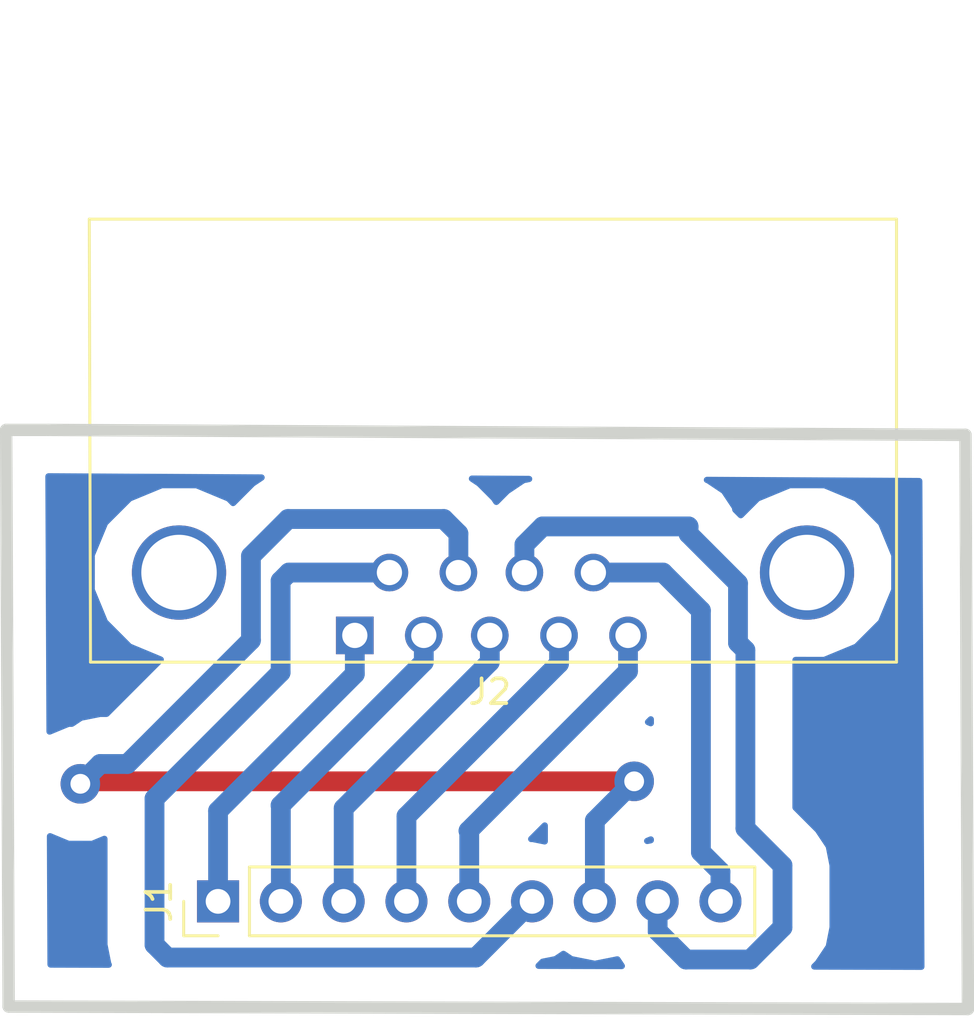
<source format=kicad_pcb>
(kicad_pcb (version 4) (host pcbnew 4.0.6)

  (general
    (links 9)
    (no_connects 9)
    (area 134.149999 79.128599 173.550001 120.783333)
    (thickness 1.6)
    (drawings 5)
    (tracks 58)
    (zones 0)
    (modules 2)
    (nets 10)
  )

  (page A4)
  (layers
    (0 F.Cu signal)
    (31 B.Cu signal)
    (32 B.Adhes user)
    (33 F.Adhes user)
    (34 B.Paste user)
    (35 F.Paste user)
    (36 B.SilkS user)
    (37 F.SilkS user)
    (38 B.Mask user)
    (39 F.Mask user)
    (40 Dwgs.User user)
    (41 Cmts.User user)
    (42 Eco1.User user)
    (43 Eco2.User user)
    (44 Edge.Cuts user)
    (45 Margin user)
    (46 B.CrtYd user)
    (47 F.CrtYd user)
    (48 B.Fab user)
    (49 F.Fab user)
  )

  (setup
    (last_trace_width 0.8)
    (user_trace_width 0.4)
    (user_trace_width 0.8)
    (user_trace_width 1.2)
    (user_trace_width 1.6)
    (trace_clearance 0.2)
    (zone_clearance 0.508)
    (zone_45_only no)
    (trace_min 0.2)
    (segment_width 0.2)
    (edge_width 0.15)
    (via_size 0.6)
    (via_drill 0.4)
    (via_min_size 0.4)
    (via_min_drill 0.3)
    (user_via 1.6 0.8)
    (uvia_size 0.3)
    (uvia_drill 0.1)
    (uvias_allowed no)
    (uvia_min_size 0.2)
    (uvia_min_drill 0.1)
    (pcb_text_width 0.3)
    (pcb_text_size 1.5 1.5)
    (mod_edge_width 0.15)
    (mod_text_size 1 1)
    (mod_text_width 0.15)
    (pad_size 1.524 1.524)
    (pad_drill 0.762)
    (pad_to_mask_clearance 0.2)
    (aux_axis_origin 0 0)
    (visible_elements FFFFFF7F)
    (pcbplotparams
      (layerselection 0x00000_80000000)
      (usegerberextensions false)
      (excludeedgelayer false)
      (linewidth 0.100000)
      (plotframeref false)
      (viasonmask true)
      (mode 1)
      (useauxorigin false)
      (hpglpennumber 1)
      (hpglpenspeed 20)
      (hpglpendiameter 15)
      (hpglpenoverlay 2)
      (psnegative false)
      (psa4output false)
      (plotreference true)
      (plotvalue true)
      (plotinvisibletext false)
      (padsonsilk false)
      (subtractmaskfromsilk false)
      (outputformat 4)
      (mirror false)
      (drillshape 2)
      (scaleselection 1)
      (outputdirectory ""))
  )

  (net 0 "")
  (net 1 /p1)
  (net 2 /p2)
  (net 3 /p3)
  (net 4 /p4)
  (net 5 /p5)
  (net 6 /p6)
  (net 7 /p7)
  (net 8 /p8)
  (net 9 /p9)

  (net_class Default "This is the default net class."
    (clearance 0.2)
    (trace_width 0.25)
    (via_dia 0.6)
    (via_drill 0.4)
    (uvia_dia 0.3)
    (uvia_drill 0.1)
    (add_net /p1)
    (add_net /p2)
    (add_net /p3)
    (add_net /p4)
    (add_net /p5)
    (add_net /p6)
    (add_net /p7)
    (add_net /p8)
    (add_net /p9)
  )

  (module Pin_Headers:Pin_Header_Straight_1x09_Pitch2.54mm (layer F.Cu) (tedit 5862ED52) (tstamp 59F9AE3F)
    (at 142.97 115.75 90)
    (descr "Through hole straight pin header, 1x09, 2.54mm pitch, single row")
    (tags "Through hole pin header THT 1x09 2.54mm single row")
    (path /59F9AC56)
    (fp_text reference J1 (at 0 -2.39 90) (layer F.SilkS)
      (effects (font (size 1 1) (thickness 0.15)))
    )
    (fp_text value CONN_01X09 (at 0 22.71 90) (layer F.Fab)
      (effects (font (size 1 1) (thickness 0.15)))
    )
    (fp_line (start -1.27 -1.27) (end -1.27 21.59) (layer F.Fab) (width 0.1))
    (fp_line (start -1.27 21.59) (end 1.27 21.59) (layer F.Fab) (width 0.1))
    (fp_line (start 1.27 21.59) (end 1.27 -1.27) (layer F.Fab) (width 0.1))
    (fp_line (start 1.27 -1.27) (end -1.27 -1.27) (layer F.Fab) (width 0.1))
    (fp_line (start -1.39 1.27) (end -1.39 21.71) (layer F.SilkS) (width 0.12))
    (fp_line (start -1.39 21.71) (end 1.39 21.71) (layer F.SilkS) (width 0.12))
    (fp_line (start 1.39 21.71) (end 1.39 1.27) (layer F.SilkS) (width 0.12))
    (fp_line (start 1.39 1.27) (end -1.39 1.27) (layer F.SilkS) (width 0.12))
    (fp_line (start -1.39 0) (end -1.39 -1.39) (layer F.SilkS) (width 0.12))
    (fp_line (start -1.39 -1.39) (end 0 -1.39) (layer F.SilkS) (width 0.12))
    (fp_line (start -1.6 -1.6) (end -1.6 21.9) (layer F.CrtYd) (width 0.05))
    (fp_line (start -1.6 21.9) (end 1.6 21.9) (layer F.CrtYd) (width 0.05))
    (fp_line (start 1.6 21.9) (end 1.6 -1.6) (layer F.CrtYd) (width 0.05))
    (fp_line (start 1.6 -1.6) (end -1.6 -1.6) (layer F.CrtYd) (width 0.05))
    (pad 1 thru_hole rect (at 0 0 90) (size 1.7 1.7) (drill 1) (layers *.Cu *.Mask)
      (net 1 /p1))
    (pad 2 thru_hole oval (at 0 2.54 90) (size 1.7 1.7) (drill 1) (layers *.Cu *.Mask)
      (net 2 /p2))
    (pad 3 thru_hole oval (at 0 5.08 90) (size 1.7 1.7) (drill 1) (layers *.Cu *.Mask)
      (net 3 /p3))
    (pad 4 thru_hole oval (at 0 7.62 90) (size 1.7 1.7) (drill 1) (layers *.Cu *.Mask)
      (net 4 /p4))
    (pad 5 thru_hole oval (at 0 10.16 90) (size 1.7 1.7) (drill 1) (layers *.Cu *.Mask)
      (net 5 /p5))
    (pad 6 thru_hole oval (at 0 12.7 90) (size 1.7 1.7) (drill 1) (layers *.Cu *.Mask)
      (net 6 /p6))
    (pad 7 thru_hole oval (at 0 15.24 90) (size 1.7 1.7) (drill 1) (layers *.Cu *.Mask)
      (net 7 /p7))
    (pad 8 thru_hole oval (at 0 17.78 90) (size 1.7 1.7) (drill 1) (layers *.Cu *.Mask)
      (net 8 /p8))
    (pad 9 thru_hole oval (at 0 20.32 90) (size 1.7 1.7) (drill 1) (layers *.Cu *.Mask)
      (net 9 /p9))
    (model Pin_Headers.3dshapes/Pin_Header_Straight_1x09_Pitch2.54mm.wrl
      (at (xyz 0 -0.4 0))
      (scale (xyz 1 1 1))
      (rotate (xyz 0 0 90))
    )
  )

  (module Connectors:DB9FC (layer F.Cu) (tedit 587FDE78) (tstamp 59F9AE4E)
    (at 148.5011 105.0036)
    (descr "Connecteur DB9 femelle couche")
    (tags "CONN DB9")
    (path /59F9ABA4)
    (fp_text reference J2 (at 5.46 2.28) (layer F.SilkS)
      (effects (font (size 1 1) (thickness 0.15)))
    )
    (fp_text value DB9_FEMALE (at 6.73 -5.08) (layer F.Fab)
      (effects (font (size 1 1) (thickness 0.15)))
    )
    (fp_line (start -10.74 -16.82) (end -10.69 1.08) (layer F.SilkS) (width 0.12))
    (fp_line (start -10.69 1.08) (end 21.91 1.08) (layer F.SilkS) (width 0.12))
    (fp_line (start 21.91 1.08) (end 21.91 -16.82) (layer F.SilkS) (width 0.12))
    (fp_line (start 21.91 -16.82) (end -10.74 -16.82) (layer F.SilkS) (width 0.12))
    (fp_line (start -10.67 1.02) (end 21.84 1.02) (layer F.Fab) (width 0.1))
    (fp_line (start 21.84 1.02) (end 21.84 -16.76) (layer F.Fab) (width 0.1))
    (fp_line (start 21.84 -16.76) (end -10.67 -16.76) (layer F.Fab) (width 0.1))
    (fp_line (start -10.67 -16.76) (end -10.67 1.02) (layer F.Fab) (width 0.1))
    (fp_line (start -3.56 -16.76) (end -3.56 -9.14) (layer F.Fab) (width 0.1))
    (fp_line (start -3.56 -9.14) (end 14.73 -9.14) (layer F.Fab) (width 0.1))
    (fp_line (start 14.73 -9.14) (end 14.73 -16.76) (layer F.Fab) (width 0.1))
    (fp_line (start -2.03 -16.76) (end -2.03 -25.4) (layer F.Fab) (width 0.1))
    (fp_line (start -2.03 -25.4) (end 13.21 -25.4) (layer F.Fab) (width 0.1))
    (fp_line (start 13.21 -25.4) (end 13.21 -16.76) (layer F.Fab) (width 0.1))
    (fp_line (start -10.92 -25.65) (end 22.09 -25.65) (layer F.CrtYd) (width 0.05))
    (fp_line (start -10.92 -25.65) (end -10.92 1.27) (layer F.CrtYd) (width 0.05))
    (fp_line (start 22.09 1.27) (end 22.09 -25.65) (layer F.CrtYd) (width 0.05))
    (fp_line (start 22.09 1.27) (end -10.92 1.27) (layer F.CrtYd) (width 0.05))
    (pad "" thru_hole circle (at 18.29 -2.54) (size 3.81 3.81) (drill 3.05) (layers *.Cu *.Mask))
    (pad "" thru_hole circle (at -7.11 -2.54) (size 3.81 3.81) (drill 3.05) (layers *.Cu *.Mask))
    (pad 1 thru_hole rect (at 0 0) (size 1.52 1.52) (drill 1.02) (layers *.Cu *.Mask)
      (net 1 /p1))
    (pad 2 thru_hole circle (at 2.79 0) (size 1.52 1.52) (drill 1.02) (layers *.Cu *.Mask)
      (net 2 /p2))
    (pad 3 thru_hole circle (at 5.46 0) (size 1.52 1.52) (drill 1.02) (layers *.Cu *.Mask)
      (net 3 /p3))
    (pad 4 thru_hole circle (at 8.26 0) (size 1.52 1.52) (drill 1.02) (layers *.Cu *.Mask)
      (net 4 /p4))
    (pad 5 thru_hole circle (at 11.05 0) (size 1.52 1.52) (drill 1.02) (layers *.Cu *.Mask)
      (net 5 /p5))
    (pad 6 thru_hole circle (at 1.4 -2.54) (size 1.52 1.52) (drill 1.02) (layers *.Cu *.Mask)
      (net 6 /p6))
    (pad 7 thru_hole circle (at 4.19 -2.54) (size 1.52 1.52) (drill 1.02) (layers *.Cu *.Mask)
      (net 7 /p7))
    (pad 8 thru_hole circle (at 6.86 -2.54) (size 1.52 1.52) (drill 1.02) (layers *.Cu *.Mask)
      (net 8 /p8))
    (pad 9 thru_hole circle (at 9.65 -2.54) (size 1.52 1.52) (drill 1.02) (layers *.Cu *.Mask)
      (net 9 /p9))
    (model Connectors.3dshapes/DB9FC.wrl
      (at (xyz 0.2086614173228347 0.05314960629921261 0))
      (scale (xyz 1 1 1))
      (rotate (xyz 0 0 0))
    )
  )

  (gr_line (start 134.4 96.7) (end 136.1 96.7) (layer Edge.Cuts) (width 0.5))
  (gr_line (start 134.5 120) (end 134.4 96.7) (layer Edge.Cuts) (width 0.5))
  (gr_line (start 173.3 120.1) (end 134.5 120) (layer Edge.Cuts) (width 0.5))
  (gr_line (start 173.2 96.9) (end 173.3 120.1) (layer Edge.Cuts) (width 0.5))
  (gr_line (start 136.1 96.7) (end 173.2 96.9) (layer Edge.Cuts) (width 0.5))

  (segment (start 148.5011 105.0036) (end 148.5011 106.5636) (width 0.8) (layer B.Cu) (net 1))
  (segment (start 148.5011 106.5636) (end 142.97 112.0947) (width 0.8) (layer B.Cu) (net 1))
  (segment (start 142.97 112.0947) (end 142.97 115.75) (width 0.8) (layer B.Cu) (net 1))
  (segment (start 145.5 111.869502) (end 145.51 111.879502) (width 0.8) (layer B.Cu) (net 2))
  (segment (start 145.51 111.879502) (end 145.51 115.75) (width 0.8) (layer B.Cu) (net 2))
  (segment (start 151.2911 105.0036) (end 151.2911 106.078402) (width 0.8) (layer B.Cu) (net 2))
  (segment (start 151.2911 106.078402) (end 145.5 111.869502) (width 0.8) (layer B.Cu) (net 2))
  (segment (start 153.9611 105.0036) (end 153.9611 106.078402) (width 0.8) (layer B.Cu) (net 3))
  (segment (start 153.9611 106.078402) (end 148.05 111.989502) (width 0.8) (layer B.Cu) (net 3))
  (segment (start 148.05 111.989502) (end 148.05 115.75) (width 0.8) (layer B.Cu) (net 3))
  (segment (start 150.59 115.75) (end 150.59 112.31) (width 0.8) (layer B.Cu) (net 4))
  (segment (start 150.59 112.31) (end 156.7611 106.1389) (width 0.8) (layer B.Cu) (net 4))
  (segment (start 156.7611 106.1389) (end 156.7611 105.0036) (width 0.8) (layer B.Cu) (net 4))
  (segment (start 153.1 112.9) (end 153.13 112.93) (width 0.8) (layer B.Cu) (net 5))
  (segment (start 153.13 112.93) (end 153.13 115.75) (width 0.8) (layer B.Cu) (net 5))
  (segment (start 159.5511 106.4489) (end 153.1 112.9) (width 0.8) (layer B.Cu) (net 5))
  (segment (start 159.5511 105.0036) (end 159.5511 106.4489) (width 0.8) (layer B.Cu) (net 5))
  (segment (start 145.5 102.8) (end 145.8364 102.4636) (width 0.8) (layer B.Cu) (net 6))
  (segment (start 145.8364 102.4636) (end 149.9011 102.4636) (width 0.8) (layer B.Cu) (net 6))
  (segment (start 145.5 106.5) (end 145.5 102.8) (width 0.8) (layer B.Cu) (net 6))
  (segment (start 140.4 111.6) (end 145.5 106.5) (width 0.8) (layer B.Cu) (net 6))
  (segment (start 140.4 117.5) (end 140.4 111.6) (width 0.8) (layer B.Cu) (net 6))
  (segment (start 140.92 118.02) (end 140.4 117.5) (width 0.8) (layer B.Cu) (net 6))
  (segment (start 153.4 118.02) (end 140.92 118.02) (width 0.8) (layer B.Cu) (net 6))
  (segment (start 155.67 115.75) (end 153.4 118.02) (width 0.8) (layer B.Cu) (net 6))
  (segment (start 152.1 100.3) (end 152.6911 100.8911) (width 0.8) (layer B.Cu) (net 7))
  (segment (start 152.6911 100.8911) (end 152.6911 102.4636) (width 0.8) (layer B.Cu) (net 7))
  (segment (start 145.8 100.3) (end 152.1 100.3) (width 0.8) (layer B.Cu) (net 7))
  (segment (start 144.3 101.8) (end 145.8 100.3) (width 0.8) (layer B.Cu) (net 7))
  (segment (start 144.3 105.2) (end 144.3 101.8) (width 0.8) (layer B.Cu) (net 7))
  (segment (start 139.299999 110.200001) (end 144.3 105.2) (width 0.8) (layer B.Cu) (net 7))
  (segment (start 137.4 111) (end 138.199999 110.200001) (width 0.8) (layer B.Cu) (net 7))
  (segment (start 138.199999 110.200001) (end 139.299999 110.200001) (width 0.8) (layer B.Cu) (net 7))
  (segment (start 159.8 110.9) (end 137.5 110.9) (width 0.8) (layer F.Cu) (net 7))
  (via (at 137.4 111) (size 1.6) (drill 0.8) (layers F.Cu B.Cu) (net 7))
  (segment (start 137.5 110.9) (end 137.4 111) (width 0.8) (layer F.Cu) (net 7))
  (segment (start 158.21 115.75) (end 158.21 112.49) (width 0.8) (layer B.Cu) (net 7))
  (segment (start 158.21 112.49) (end 159.8 110.9) (width 0.8) (layer B.Cu) (net 7))
  (via (at 159.8 110.9) (size 1.6) (drill 0.8) (layers F.Cu B.Cu) (net 7))
  (segment (start 164 102.9) (end 162 100.9) (width 0.8) (layer B.Cu) (net 8))
  (segment (start 162 100.9) (end 162 100.6) (width 0.8) (layer B.Cu) (net 8))
  (segment (start 164 105.3) (end 164 102.9) (width 0.8) (layer B.Cu) (net 8))
  (segment (start 164.3 112.8) (end 164.3 105.6) (width 0.8) (layer B.Cu) (net 8))
  (segment (start 164.3 105.6) (end 164 105.3) (width 0.8) (layer B.Cu) (net 8))
  (segment (start 160.75 115.75) (end 160.75 116.952081) (width 0.8) (layer B.Cu) (net 8))
  (segment (start 165.8 116.8) (end 165.8 114.3) (width 0.8) (layer B.Cu) (net 8))
  (segment (start 160.75 116.952081) (end 161.897919 118.1) (width 0.8) (layer B.Cu) (net 8))
  (segment (start 161.897919 118.1) (end 164.5 118.1) (width 0.8) (layer B.Cu) (net 8))
  (segment (start 164.5 118.1) (end 165.8 116.8) (width 0.8) (layer B.Cu) (net 8))
  (segment (start 165.8 114.3) (end 164.3 112.8) (width 0.8) (layer B.Cu) (net 8))
  (segment (start 162 100.6) (end 156.1 100.6) (width 0.8) (layer B.Cu) (net 8))
  (segment (start 156.1 100.6) (end 155.3611 101.3389) (width 0.8) (layer B.Cu) (net 8))
  (segment (start 155.3611 101.3389) (end 155.3611 102.4636) (width 0.8) (layer B.Cu) (net 8))
  (segment (start 162.5 104) (end 160.9636 102.4636) (width 0.8) (layer B.Cu) (net 9))
  (segment (start 160.9636 102.4636) (end 158.1511 102.4636) (width 0.8) (layer B.Cu) (net 9))
  (segment (start 162.5 113.757919) (end 162.5 104) (width 0.8) (layer B.Cu) (net 9))
  (segment (start 163.29 115.75) (end 163.29 114.547919) (width 0.8) (layer B.Cu) (net 9))
  (segment (start 163.29 114.547919) (end 162.5 113.757919) (width 0.8) (layer B.Cu) (net 9))

  (zone (net 0) (net_name "") (layer B.Cu) (tstamp 0) (hatch edge 0.508)
    (connect_pads (clearance 1.5))
    (min_thickness 0.254)
    (fill yes (arc_segments 16) (thermal_gap 0.508) (thermal_bridge_width 0.508))
    (polygon
      (pts
        (xy 134.4 96.7) (xy 173.2 96.9) (xy 173.3 120.1) (xy 134.5 120)
      )
    )
    (filled_polygon
      (pts
        (xy 171.331029 98.766952) (xy 171.415625 118.393138) (xy 167.084635 118.381976) (xy 167.233306 118.233305) (xy 167.672704 117.575699)
        (xy 167.827 116.8) (xy 167.827 114.3) (xy 167.672704 113.524301) (xy 167.472365 113.224473) (xy 167.233305 112.866694)
        (xy 166.327 111.96039) (xy 166.327 105.995197) (xy 167.490576 105.996212) (xy 168.789204 105.45963) (xy 169.783638 104.46693)
        (xy 170.322486 103.16924) (xy 170.323712 101.764124) (xy 169.78713 100.465496) (xy 168.79443 99.471062) (xy 167.49674 98.932214)
        (xy 166.091624 98.930988) (xy 164.792996 99.46757) (xy 164.112995 100.146385) (xy 163.893013 99.926403) (xy 163.872704 99.824301)
        (xy 163.433305 99.166695) (xy 162.775699 98.727296) (xy 162.742296 98.720652)
      )
    )
    (filled_polygon
      (pts
        (xy 157.262093 118.086977) (xy 158.21 118.275527) (xy 159.122067 118.094106) (xy 159.301012 118.361915) (xy 155.933375 118.353235)
        (xy 156.095775 118.190835) (xy 156.617907 118.086977) (xy 156.94 117.871761)
      )
    )
    (filled_polygon
      (pts
        (xy 136.915122 113.426578) (xy 137.880642 113.427421) (xy 138.373 113.223982) (xy 138.373 117.5) (xy 138.489757 118.086977)
        (xy 138.527296 118.2757) (xy 138.549166 118.308431) (xy 136.194729 118.302363) (xy 136.17248 113.118206)
      )
    )
    (filled_polygon
      (pts
        (xy 156.183 113.326515) (xy 155.67 113.224473) (xy 155.635219 113.231391) (xy 156.183 112.68361)
      )
    )
    (filled_polygon
      (pts
        (xy 160.473 113.279572) (xy 160.325383 113.308934) (xy 160.473 113.24794)
      )
    )
    (filled_polygon
      (pts
        (xy 144.730581 98.623554) (xy 144.366694 98.866695) (xy 143.578218 99.655171) (xy 143.39443 99.471062) (xy 142.09674 98.932214)
        (xy 140.691624 98.930988) (xy 139.392996 99.46757) (xy 138.398562 100.46027) (xy 137.859714 101.75796) (xy 137.858488 103.163076)
        (xy 138.39507 104.461704) (xy 139.38777 105.456138) (xy 140.65221 105.981179) (xy 138.460389 108.173001) (xy 138.199999 108.173001)
        (xy 137.4243 108.327297) (xy 137.424298 108.327298) (xy 137.424299 108.327298) (xy 137.05703 108.572699) (xy 136.919358 108.572579)
        (xy 136.154327 108.888684) (xy 136.110071 98.577082)
      )
    )
    (filled_polygon
      (pts
        (xy 160.473 108.551537) (xy 160.36141 108.505201) (xy 160.473 108.393611)
      )
    )
    (filled_polygon
      (pts
        (xy 155.552557 98.681893) (xy 155.324301 98.727296) (xy 155.11956 98.8641) (xy 154.666694 99.166695) (xy 154.225018 99.608372)
        (xy 154.124406 99.457795) (xy 153.533305 98.866695) (xy 153.238057 98.669416)
      )
    )
  )
)

</source>
